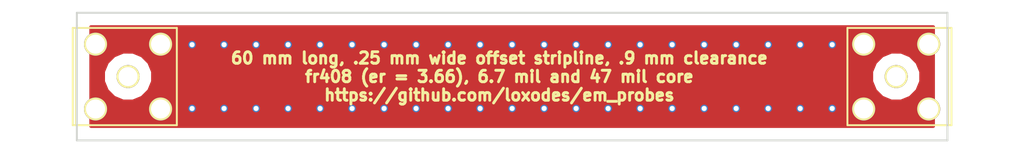
<source format=kicad_pcb>
(kicad_pcb (version 4) (host pcbnew 4.0.2-stable)

  (general
    (links 8)
    (no_connects 0)
    (area 104.797923 98.798925 185.202077 111.200825)
    (thickness 1.6)
    (drawings 6)
    (tracks 45)
    (zones 0)
    (modules 2)
    (nets 3)
  )

  (page A4)
  (layers
    (0 F.Cu signal)
    (1 In1.Cu signal)
    (2 In2.Cu signal)
    (31 B.Cu signal)
    (32 B.Adhes user)
    (33 F.Adhes user)
    (34 B.Paste user)
    (35 F.Paste user)
    (36 B.SilkS user)
    (37 F.SilkS user)
    (38 B.Mask user)
    (39 F.Mask user)
    (40 Dwgs.User user)
    (41 Cmts.User user)
    (42 Eco1.User user)
    (43 Eco2.User user)
    (44 Edge.Cuts user)
    (45 Margin user)
    (46 B.CrtYd user)
    (47 F.CrtYd user)
    (48 B.Fab user)
    (49 F.Fab user)
  )

  (setup
    (last_trace_width 0.25)
    (trace_clearance 0.2)
    (zone_clearance 0.508)
    (zone_45_only no)
    (trace_min 0.2)
    (segment_width 0.2)
    (edge_width 0.15)
    (via_size 0.6)
    (via_drill 0.4)
    (via_min_size 0.4)
    (via_min_drill 0.3)
    (uvia_size 0.3)
    (uvia_drill 0.1)
    (uvias_allowed no)
    (uvia_min_size 0.2)
    (uvia_min_drill 0.1)
    (pcb_text_width 0.3)
    (pcb_text_size 1.5 1.5)
    (mod_edge_width 0.15)
    (mod_text_size 0.001 0.001)
    (mod_text_width 0.00025)
    (pad_size 1.524 1.524)
    (pad_drill 0.762)
    (pad_to_mask_clearance 0.2)
    (aux_axis_origin 0 0)
    (visible_elements FFFFFF7F)
    (pcbplotparams
      (layerselection 0x010f0_80000007)
      (usegerberextensions true)
      (excludeedgelayer true)
      (linewidth 0.100000)
      (plotframeref false)
      (viasonmask false)
      (mode 1)
      (useauxorigin false)
      (hpglpennumber 1)
      (hpglpenspeed 20)
      (hpglpendiameter 15)
      (hpglpenoverlay 2)
      (psnegative false)
      (psa4output false)
      (plotreference true)
      (plotvalue true)
      (plotinvisibletext false)
      (padsonsilk false)
      (subtractmaskfromsilk false)
      (outputformat 1)
      (mirror false)
      (drillshape 0)
      (scaleselection 1)
      (outputdirectory gerbs/))
  )

  (net 0 "")
  (net 1 "Net-(U101-Pad1)")
  (net 2 GND)

  (net_class Default "This is the default net class."
    (clearance 0.2)
    (trace_width 0.25)
    (via_dia 0.6)
    (via_drill 0.4)
    (uvia_dia 0.3)
    (uvia_drill 0.1)
    (add_net GND)
    (add_net "Net-(U101-Pad1)")
  )

  (module vna_footprints:732512200_SMA (layer F.Cu) (tedit 56AF1EC8) (tstamp 573AC994)
    (at 115 105)
    (path /573ABABD)
    (fp_text reference U101 (at -10 -4) (layer F.SilkS)
      (effects (font (size 0.001 0.001) (thickness 0.00025)))
    )
    (fp_text value CONN_SMA (at -6 -6) (layer F.Fab)
      (effects (font (size 0.001 0.001) (thickness 0.00025)))
    )
    (fp_line (start -4.064 3.81) (end -4.064 -3.81) (layer F.SilkS) (width 0.15))
    (fp_line (start -4.318 3.81) (end -3.81 3.81) (layer F.SilkS) (width 0.15))
    (fp_line (start -4.318 -3.81) (end -4.318 3.81) (layer F.SilkS) (width 0.15))
    (fp_line (start -4.318 -3.81) (end -3.81 -3.81) (layer F.SilkS) (width 0.15))
    (fp_line (start 3.81 3.81) (end -3.81 3.81) (layer F.SilkS) (width 0.15))
    (fp_line (start 3.81 -3.81) (end 3.81 3.81) (layer F.SilkS) (width 0.15))
    (fp_line (start -3.81 -3.81) (end 3.81 -3.81) (layer F.SilkS) (width 0.15))
    (pad 1 thru_hole circle (at 0 0) (size 1.8 1.8) (drill 1.5) (layers *.Cu *.Mask F.SilkS)
      (net 1 "Net-(U101-Pad1)"))
    (pad 2 thru_hole circle (at -2.54 2.54) (size 1.8 1.8) (drill 1.5) (layers *.Cu *.Mask F.SilkS)
      (net 2 GND))
    (pad 3 thru_hole circle (at -2.54 -2.54) (size 1.8 1.8) (drill 1.5) (layers *.Cu *.Mask F.SilkS)
      (net 2 GND))
    (pad 4 thru_hole circle (at 2.54 -2.54) (size 1.8 1.8) (drill 1.5) (layers *.Cu *.Mask F.SilkS)
      (net 2 GND))
    (pad 5 thru_hole circle (at 2.54 2.54) (size 1.8 1.8) (drill 1.5) (layers *.Cu *.Mask F.SilkS)
      (net 2 GND))
  )

  (module vna_footprints:732512200_SMA (layer F.Cu) (tedit 56AF1EC8) (tstamp 573AC99D)
    (at 175 105 180)
    (path /573AB962)
    (fp_text reference U102 (at -10 -4 180) (layer F.SilkS)
      (effects (font (size 0.001 0.001) (thickness 0.00025)))
    )
    (fp_text value CONN_SMA (at -6 -6 180) (layer F.Fab)
      (effects (font (size 0.001 0.001) (thickness 0.00025)))
    )
    (fp_line (start -4.064 3.81) (end -4.064 -3.81) (layer F.SilkS) (width 0.15))
    (fp_line (start -4.318 3.81) (end -3.81 3.81) (layer F.SilkS) (width 0.15))
    (fp_line (start -4.318 -3.81) (end -4.318 3.81) (layer F.SilkS) (width 0.15))
    (fp_line (start -4.318 -3.81) (end -3.81 -3.81) (layer F.SilkS) (width 0.15))
    (fp_line (start 3.81 3.81) (end -3.81 3.81) (layer F.SilkS) (width 0.15))
    (fp_line (start 3.81 -3.81) (end 3.81 3.81) (layer F.SilkS) (width 0.15))
    (fp_line (start -3.81 -3.81) (end 3.81 -3.81) (layer F.SilkS) (width 0.15))
    (pad 1 thru_hole circle (at 0 0 180) (size 1.8 1.8) (drill 1.5) (layers *.Cu *.Mask F.SilkS)
      (net 1 "Net-(U101-Pad1)"))
    (pad 2 thru_hole circle (at -2.54 2.54 180) (size 1.8 1.8) (drill 1.5) (layers *.Cu *.Mask F.SilkS)
      (net 2 GND))
    (pad 3 thru_hole circle (at -2.54 -2.54 180) (size 1.8 1.8) (drill 1.5) (layers *.Cu *.Mask F.SilkS)
      (net 2 GND))
    (pad 4 thru_hole circle (at 2.54 -2.54 180) (size 1.8 1.8) (drill 1.5) (layers *.Cu *.Mask F.SilkS)
      (net 2 GND))
    (pad 5 thru_hole circle (at 2.54 2.54 180) (size 1.8 1.8) (drill 1.5) (layers *.Cu *.Mask F.SilkS)
      (net 2 GND))
  )

  (gr_line (start 111 100) (end 111 101) (layer Edge.Cuts) (width 0.15))
  (gr_line (start 179 100) (end 111 100) (layer Edge.Cuts) (width 0.15))
  (gr_line (start 179 110) (end 179 100) (layer Edge.Cuts) (width 0.15))
  (gr_line (start 111 110) (end 179 110) (layer Edge.Cuts) (width 0.15))
  (gr_line (start 111 101) (end 111 110) (layer Edge.Cuts) (width 0.15))
  (gr_text "60 mm long, .25 mm wide offset stripline, .9 mm clearance\nfr408 (er = 3.66), 6.7 mil and 47 mil core\nhttps://github.com/loxodes/em_probes\n" (at 144 105) (layer F.SilkS)
    (effects (font (size 0.9 0.9) (thickness 0.225)))
  )

  (via (at 147.5 107.5) (size 0.6) (drill 0.4) (layers F.Cu B.Cu) (net 0))
  (via (at 145 107.5) (size 0.6) (drill 0.4) (layers F.Cu B.Cu) (net 0))
  (via (at 142.5 107.5) (size 0.6) (drill 0.4) (layers F.Cu B.Cu) (net 0))
  (via (at 140 107.5) (size 0.6) (drill 0.4) (layers F.Cu B.Cu) (net 0))
  (via (at 137.5 107.5) (size 0.6) (drill 0.4) (layers F.Cu B.Cu) (net 0))
  (via (at 135 107.5) (size 0.6) (drill 0.4) (layers F.Cu B.Cu) (net 0))
  (via (at 132.5 107.5) (size 0.6) (drill 0.4) (layers F.Cu B.Cu) (net 0))
  (via (at 130 107.5) (size 0.6) (drill 0.4) (layers F.Cu B.Cu) (net 0))
  (via (at 127.5 107.5) (size 0.6) (drill 0.4) (layers F.Cu B.Cu) (net 0))
  (via (at 125 107.5) (size 0.6) (drill 0.4) (layers F.Cu B.Cu) (net 0))
  (via (at 122.5 107.5) (size 0.6) (drill 0.4) (layers F.Cu B.Cu) (net 0))
  (via (at 120 107.5) (size 0.6) (drill 0.4) (layers F.Cu B.Cu) (net 0))
  (via (at 150 107.5) (size 0.6) (drill 0.4) (layers F.Cu B.Cu) (net 0))
  (segment (start 147.5 107.5) (end 150 107.5) (width 0.25) (layer F.Cu) (net 0))
  (via (at 152.5 107.5) (size 0.6) (drill 0.4) (layers F.Cu B.Cu) (net 0))
  (via (at 157.5 107.5) (size 0.6) (drill 0.4) (layers F.Cu B.Cu) (net 0))
  (via (at 155 107.5) (size 0.6) (drill 0.4) (layers F.Cu B.Cu) (net 0))
  (via (at 160 107.5) (size 0.6) (drill 0.4) (layers F.Cu B.Cu) (net 0))
  (via (at 162.5 107.5) (size 0.6) (drill 0.4) (layers F.Cu B.Cu) (net 0))
  (via (at 165 107.5) (size 0.6) (drill 0.4) (layers F.Cu B.Cu) (net 0))
  (via (at 167.5 107.5) (size 0.6) (drill 0.4) (layers F.Cu B.Cu) (net 0))
  (via (at 170 107.5) (size 0.6) (drill 0.4) (layers F.Cu B.Cu) (net 0))
  (via (at 170 102.5) (size 0.6) (drill 0.4) (layers F.Cu B.Cu) (net 0))
  (via (at 167.5 102.5) (size 0.6) (drill 0.4) (layers F.Cu B.Cu) (net 0))
  (via (at 165 102.5) (size 0.6) (drill 0.4) (layers F.Cu B.Cu) (net 0))
  (via (at 162.5 102.5) (size 0.6) (drill 0.4) (layers F.Cu B.Cu) (net 0))
  (via (at 160 102.5) (size 0.6) (drill 0.4) (layers F.Cu B.Cu) (net 0))
  (via (at 157.5 102.5) (size 0.6) (drill 0.4) (layers F.Cu B.Cu) (net 0))
  (via (at 155 102.5) (size 0.6) (drill 0.4) (layers F.Cu B.Cu) (net 0))
  (via (at 152.5 102.5) (size 0.6) (drill 0.4) (layers F.Cu B.Cu) (net 0))
  (via (at 150 102.5) (size 0.6) (drill 0.4) (layers F.Cu B.Cu) (net 0))
  (via (at 147.5 102.5) (size 0.6) (drill 0.4) (layers F.Cu B.Cu) (net 0))
  (via (at 145 102.5) (size 0.6) (drill 0.4) (layers F.Cu B.Cu) (net 0))
  (via (at 142.5 102.5) (size 0.6) (drill 0.4) (layers F.Cu B.Cu) (net 0))
  (via (at 140 102.5) (size 0.6) (drill 0.4) (layers F.Cu B.Cu) (net 0))
  (via (at 137.5 102.5) (size 0.6) (drill 0.4) (layers F.Cu B.Cu) (net 0))
  (via (at 135 102.5) (size 0.6) (drill 0.4) (layers F.Cu B.Cu) (net 0))
  (via (at 132.5 102.5) (size 0.6) (drill 0.4) (layers F.Cu B.Cu) (net 0))
  (via (at 130 102.5) (size 0.6) (drill 0.4) (layers F.Cu B.Cu) (net 0))
  (via (at 127.5 102.5) (size 0.6) (drill 0.4) (layers F.Cu B.Cu) (net 0))
  (via (at 125 102.5) (size 0.6) (drill 0.4) (layers F.Cu B.Cu) (net 0))
  (via (at 122.5 102.5) (size 0.6) (drill 0.4) (layers F.Cu B.Cu) (net 0))
  (via (at 120 102.5) (size 0.6) (drill 0.4) (layers F.Cu B.Cu) (net 0))
  (segment (start 115 105) (end 170 105) (width 0.25) (layer In1.Cu) (net 1))
  (segment (start 170 105) (end 175 105) (width 0.25) (layer In1.Cu) (net 1))

  (zone (net 2) (net_name GND) (layer F.Cu) (tstamp 0) (hatch edge 0.508)
    (connect_pads yes (clearance 0.9))
    (min_thickness 0.254)
    (fill yes (arc_segments 16) (thermal_gap 0.508) (thermal_bridge_width 0.508))
    (polygon
      (pts
        (xy 111 100) (xy 111 110) (xy 179 110) (xy 179 100)
      )
    )
    (filled_polygon
      (pts
        (xy 177.898 108.898) (xy 112.102 108.898) (xy 112.102 105.381622) (xy 113.072666 105.381622) (xy 113.365416 106.090132)
        (xy 113.907017 106.632678) (xy 114.615014 106.926665) (xy 115.381622 106.927334) (xy 116.090132 106.634584) (xy 116.632678 106.092983)
        (xy 116.926665 105.384986) (xy 116.926667 105.381622) (xy 173.072666 105.381622) (xy 173.365416 106.090132) (xy 173.907017 106.632678)
        (xy 174.615014 106.926665) (xy 175.381622 106.927334) (xy 176.090132 106.634584) (xy 176.632678 106.092983) (xy 176.926665 105.384986)
        (xy 176.927334 104.618378) (xy 176.634584 103.909868) (xy 176.092983 103.367322) (xy 175.384986 103.073335) (xy 174.618378 103.072666)
        (xy 173.909868 103.365416) (xy 173.367322 103.907017) (xy 173.073335 104.615014) (xy 173.072666 105.381622) (xy 116.926667 105.381622)
        (xy 116.927334 104.618378) (xy 116.634584 103.909868) (xy 116.092983 103.367322) (xy 115.384986 103.073335) (xy 114.618378 103.072666)
        (xy 113.909868 103.365416) (xy 113.367322 103.907017) (xy 113.073335 104.615014) (xy 113.072666 105.381622) (xy 112.102 105.381622)
        (xy 112.102 101.102) (xy 177.898 101.102)
      )
    )
  )
  (zone (net 2) (net_name GND) (layer In2.Cu) (tstamp 0) (hatch edge 0.508)
    (connect_pads yes (clearance 0.9))
    (min_thickness 0.254)
    (fill yes (arc_segments 16) (thermal_gap 0.508) (thermal_bridge_width 0.508))
    (polygon
      (pts
        (xy 111 100) (xy 111 110) (xy 179 110) (xy 179 100)
      )
    )
    (filled_polygon
      (pts
        (xy 177.898 108.898) (xy 112.102 108.898) (xy 112.102 105.381622) (xy 113.072666 105.381622) (xy 113.365416 106.090132)
        (xy 113.907017 106.632678) (xy 114.615014 106.926665) (xy 115.381622 106.927334) (xy 116.090132 106.634584) (xy 116.632678 106.092983)
        (xy 116.926665 105.384986) (xy 116.926667 105.381622) (xy 173.072666 105.381622) (xy 173.365416 106.090132) (xy 173.907017 106.632678)
        (xy 174.615014 106.926665) (xy 175.381622 106.927334) (xy 176.090132 106.634584) (xy 176.632678 106.092983) (xy 176.926665 105.384986)
        (xy 176.927334 104.618378) (xy 176.634584 103.909868) (xy 176.092983 103.367322) (xy 175.384986 103.073335) (xy 174.618378 103.072666)
        (xy 173.909868 103.365416) (xy 173.367322 103.907017) (xy 173.073335 104.615014) (xy 173.072666 105.381622) (xy 116.926667 105.381622)
        (xy 116.927334 104.618378) (xy 116.634584 103.909868) (xy 116.092983 103.367322) (xy 115.384986 103.073335) (xy 114.618378 103.072666)
        (xy 113.909868 103.365416) (xy 113.367322 103.907017) (xy 113.073335 104.615014) (xy 113.072666 105.381622) (xy 112.102 105.381622)
        (xy 112.102 101.102) (xy 177.898 101.102)
      )
    )
  )
)

</source>
